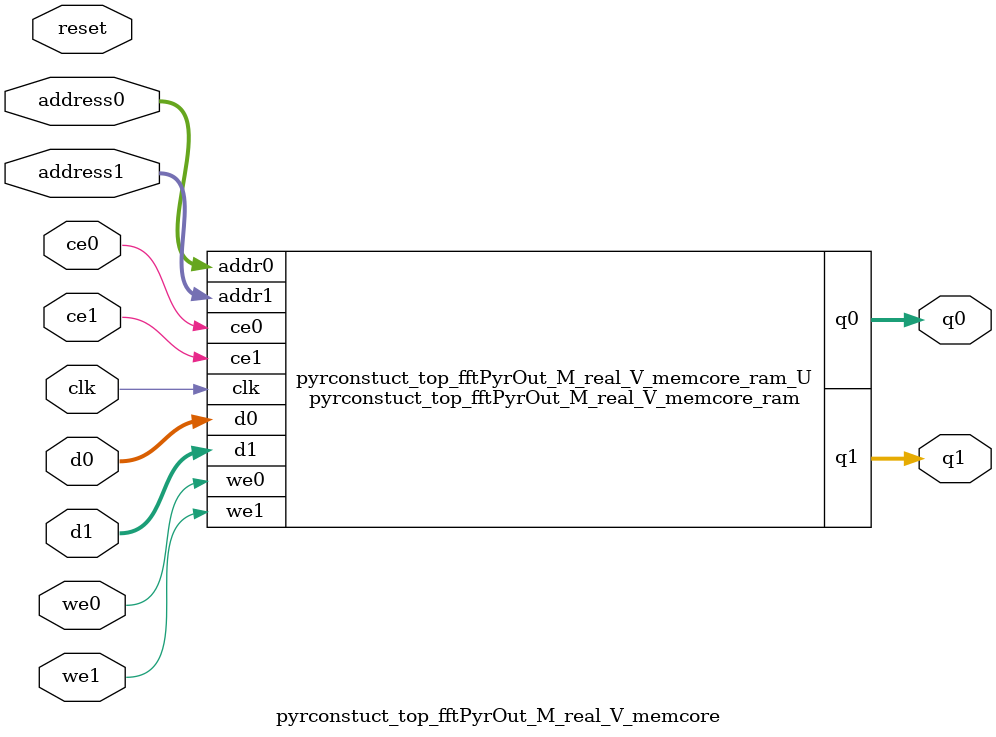
<source format=v>

`timescale 1 ns / 1 ps
module pyrconstuct_top_fftPyrOut_M_real_V_memcore_ram (addr0, ce0, d0, we0, q0, addr1, ce1, d1, we1, q1,  clk);

parameter DWIDTH = 24;
parameter AWIDTH = 12;
parameter MEM_SIZE = 3040;

input[AWIDTH-1:0] addr0;
input ce0;
input[DWIDTH-1:0] d0;
input we0;
output reg[DWIDTH-1:0] q0;
input[AWIDTH-1:0] addr1;
input ce1;
input[DWIDTH-1:0] d1;
input we1;
output reg[DWIDTH-1:0] q1;
input clk;

(* ram_style = "block" *)reg [DWIDTH-1:0] ram[MEM_SIZE-1:0];




always @(posedge clk)  
begin 
    if (ce0) 
    begin
        if (we0) 
        begin 
            ram[addr0] <= d0; 
            q0 <= d0;
        end 
        else 
            q0 <= ram[addr0];
    end
end


always @(posedge clk)  
begin 
    if (ce1) 
    begin
        if (we1) 
        begin 
            ram[addr1] <= d1; 
            q1 <= d1;
        end 
        else 
            q1 <= ram[addr1];
    end
end


endmodule


`timescale 1 ns / 1 ps
module pyrconstuct_top_fftPyrOut_M_real_V_memcore(
    reset,
    clk,
    address0,
    ce0,
    we0,
    d0,
    q0,
    address1,
    ce1,
    we1,
    d1,
    q1);

parameter DataWidth = 32'd24;
parameter AddressRange = 32'd3040;
parameter AddressWidth = 32'd12;
input reset;
input clk;
input[AddressWidth - 1:0] address0;
input ce0;
input we0;
input[DataWidth - 1:0] d0;
output[DataWidth - 1:0] q0;
input[AddressWidth - 1:0] address1;
input ce1;
input we1;
input[DataWidth - 1:0] d1;
output[DataWidth - 1:0] q1;



pyrconstuct_top_fftPyrOut_M_real_V_memcore_ram pyrconstuct_top_fftPyrOut_M_real_V_memcore_ram_U(
    .clk( clk ),
    .addr0( address0 ),
    .ce0( ce0 ),
    .d0( d0 ),
    .we0( we0 ),
    .q0( q0 ),
    .addr1( address1 ),
    .ce1( ce1 ),
    .d1( d1 ),
    .we1( we1 ),
    .q1( q1 ));

endmodule


</source>
